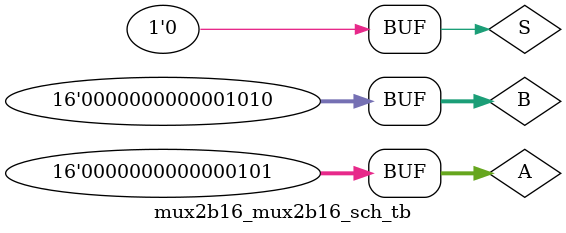
<source format=v>

`timescale 1ns / 1ps

module mux2b16_mux2b16_sch_tb();

// Inputs
   reg [15:0] A;
   reg S;
   reg [15:0] B;

// Output
   wire [15:0] O;

// Bidirs

// Instantiate the UUT
   mux2b16 UUT (
		.A(A), 
		.S(S), 
		.B(B), 
		.O(O)
   );
// Initialize Inputs
   initial begin
		A = 5;
		S = 0;
		B = 10;
   end
endmodule
</source>
